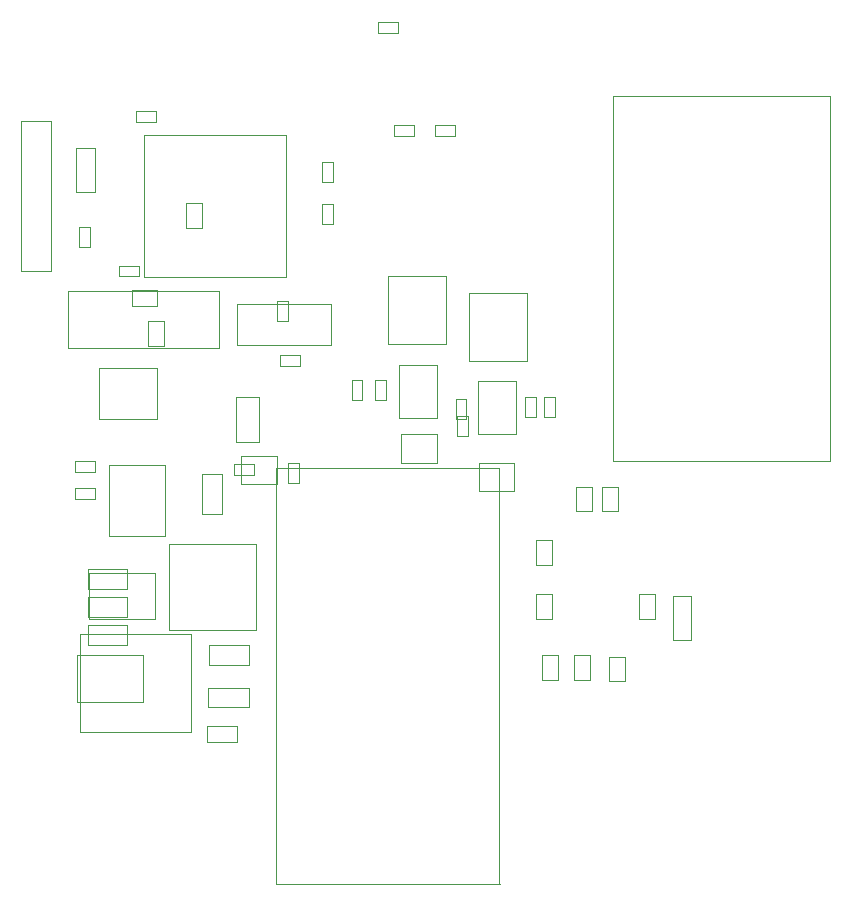
<source format=gbr>
%TF.GenerationSoftware,Altium Limited,Altium Designer,20.2.5 (213)*%
G04 Layer_Color=0*
%FSLAX44Y44*%
%MOMM*%
%TF.SameCoordinates,3FE501F2-1E46-4B48-ABA6-5278C61F2325*%
%TF.FilePolarity,Positive*%
%TF.FileFunction,Other,Mechanical_13*%
%TF.Part,Single*%
G01*
G75*
%TA.AperFunction,NonConductor*%
%ADD64C,0.1000*%
D64*
X214998Y347098D02*
Y395398D01*
X86999D02*
X214998D01*
X86999Y347098D02*
Y395398D01*
Y347098D02*
X214998D01*
X113000Y286750D02*
Y329750D01*
X162750D01*
Y286750D02*
Y329750D01*
X113000Y286750D02*
X162750D01*
X141499Y395752D02*
X162498D01*
X141499Y382251D02*
Y395752D01*
Y382251D02*
X162498D01*
Y395752D01*
X273500Y232500D02*
Y249500D01*
Y232500D02*
X282500D01*
Y249500D01*
X273500D02*
X282500D01*
X474500Y288500D02*
Y305500D01*
Y288500D02*
X483500D01*
Y305500D01*
X474500D02*
X483500D01*
X363500Y526502D02*
Y535500D01*
Y526502D02*
X380500D01*
Y535500D01*
X363500D02*
X380500D01*
X95060Y86998D02*
X150940D01*
Y47501D02*
Y86998D01*
X95060Y47501D02*
X150940D01*
X95060D02*
Y86998D01*
X349500Y613500D02*
Y622498D01*
X366500D01*
Y613500D02*
Y622498D01*
X349500Y613500D02*
X366500D01*
X155248Y348499D02*
Y369498D01*
Y348499D02*
X168749D01*
Y369498D01*
X155248D02*
X168749D01*
X187250Y448502D02*
X200750D01*
X187250D02*
Y469501D01*
X200750D01*
Y448502D02*
Y469501D01*
X416500Y289500D02*
X425498D01*
Y272500D02*
Y289500D01*
X416500Y272500D02*
X425498D01*
X416500D02*
Y289500D01*
X490500Y305500D02*
X499498D01*
Y288500D02*
Y305500D01*
X490500Y288500D02*
X499498D01*
X490500D02*
Y305500D01*
X435003Y225750D02*
X465000D01*
Y249750D01*
X435003D02*
X465000D01*
X435003Y225750D02*
Y249750D01*
X496752Y163502D02*
Y184501D01*
X483251D02*
X496752D01*
X483251Y163502D02*
Y184501D01*
Y163502D02*
X496752D01*
X558752Y64502D02*
Y85501D01*
X545251D02*
X558752D01*
X545251Y64502D02*
Y85501D01*
Y64502D02*
X558752D01*
X598999Y100000D02*
Y137000D01*
X615000D01*
Y100000D02*
Y137000D01*
X598999Y100000D02*
X615000D01*
X539251Y208502D02*
X552752D01*
X539251D02*
Y229501D01*
X552752D01*
Y208502D02*
Y229501D01*
X358498Y350008D02*
Y407508D01*
X407498D01*
Y350008D02*
Y407508D01*
X358498Y350008D02*
X407498D01*
X367502Y332749D02*
X399502D01*
X367502Y287749D02*
Y332749D01*
Y287749D02*
X399502D01*
Y332749D01*
X424500Y286500D02*
Y303500D01*
X415502Y286500D02*
X424500D01*
X415502D02*
Y303500D01*
X424500D01*
X327500Y319500D02*
X336500D01*
X327500Y302500D02*
Y319500D01*
Y302500D02*
X336500D01*
Y319500D01*
X399497Y249750D02*
Y273750D01*
X369500D02*
X399497D01*
X369500Y249750D02*
Y273750D01*
Y249750D02*
X399497D01*
X356500Y302500D02*
Y319500D01*
X347502Y302500D02*
X356500D01*
X347502D02*
Y319500D01*
X356500D01*
X263997Y231750D02*
Y255750D01*
X234000D02*
X263997D01*
X234000Y231750D02*
Y255750D01*
Y231750D02*
X263997D01*
X227700Y239500D02*
Y248500D01*
X244700D01*
Y239500D02*
Y248500D01*
X227700Y239500D02*
X244700D01*
X434498Y318748D02*
X466498D01*
Y273749D02*
Y318748D01*
X434498Y273749D02*
X466498D01*
X434498D02*
Y318748D01*
X475502Y336006D02*
Y393506D01*
X426502D02*
X475502D01*
X426502Y336006D02*
Y393506D01*
Y336006D02*
X475502D01*
X570251Y138498D02*
X583752D01*
X570251Y117499D02*
Y138498D01*
Y117499D02*
X583752D01*
Y138498D01*
X264500Y369500D02*
X273500D01*
X264500D02*
Y386500D01*
X273500D01*
Y369500D02*
Y386500D01*
X230250Y384500D02*
X310250D01*
Y349500D02*
Y384500D01*
X230250Y350250D02*
Y384500D01*
Y349500D02*
X310250D01*
X230250D02*
Y350250D01*
X151251Y406991D02*
Y526991D01*
X271501D01*
Y406991D02*
Y526991D01*
X151251Y406991D02*
X271501D01*
X161500Y538500D02*
Y547500D01*
X144500Y538500D02*
X161500D01*
X144500D02*
Y547500D01*
X161500D01*
X302500Y504500D02*
X311500D01*
Y487500D02*
Y504500D01*
X302500Y487500D02*
X311500D01*
X302500D02*
Y504500D01*
Y451500D02*
X311500D01*
X302500D02*
Y468500D01*
X311500D01*
Y451500D02*
Y468500D01*
X96500Y432300D02*
X105500D01*
X96500D02*
Y449300D01*
X105500D01*
Y432300D02*
Y449300D01*
X147700Y407500D02*
Y416500D01*
X130700Y407500D02*
X147700D01*
X130700D02*
Y416500D01*
X147700D01*
X266500Y331500D02*
Y340500D01*
X283500D01*
Y331500D02*
Y340500D01*
X266500Y331500D02*
X283500D01*
X414500Y526500D02*
Y535500D01*
X397500D02*
X414500D01*
X397500Y526500D02*
Y535500D01*
Y526500D02*
X414500D01*
X488248Y65502D02*
X501749D01*
Y86501D01*
X488248D02*
X501749D01*
X488248Y65502D02*
Y86501D01*
X515248Y65502D02*
X528749D01*
Y86501D01*
X515248D02*
X528749D01*
X515248Y65502D02*
Y86501D01*
X517248Y229498D02*
X530749D01*
Y208499D02*
Y229498D01*
X517248Y208499D02*
X530749D01*
X517248D02*
Y229498D01*
X483251Y138498D02*
X496752D01*
X483251Y117499D02*
Y138498D01*
Y117499D02*
X496752D01*
Y138498D01*
X545248Y64502D02*
X558749D01*
Y85501D01*
X545248D02*
X558749D01*
X545248Y64502D02*
Y85501D01*
X229700Y305100D02*
X248799D01*
X229700Y267500D02*
Y305100D01*
Y267500D02*
X248799D01*
Y305100D01*
X93999Y479000D02*
X110000D01*
Y516000D01*
X93999D02*
X110000D01*
X93999Y479000D02*
Y516000D01*
X47250Y412150D02*
X72750D01*
X47250D02*
Y539150D01*
X72750D01*
Y412150D02*
Y539150D01*
X452292Y-106826D02*
Y244925D01*
Y-106826D02*
X452542D01*
X263542Y244925D02*
X452292D01*
X263542Y-106826D02*
Y244925D01*
Y-106826D02*
X452542D01*
X122000Y247750D02*
X169250D01*
Y187500D02*
Y247750D01*
X122000Y187500D02*
X169250D01*
X122000D02*
Y247750D01*
X105310Y117252D02*
Y156749D01*
X161190D01*
Y117252D02*
Y156749D01*
X105310Y117252D02*
X161190D01*
X240000Y78498D02*
Y95499D01*
X206500D02*
X240000D01*
X206500Y78498D02*
Y95499D01*
Y78498D02*
X240000D01*
X204500Y13000D02*
X230500D01*
X204500D02*
Y26501D01*
X230500D01*
Y13000D02*
Y26501D01*
X109700Y242000D02*
Y250998D01*
X92700D02*
X109700D01*
X92700Y242000D02*
Y250998D01*
Y242000D02*
X109700D01*
X93000Y219002D02*
Y228000D01*
Y219002D02*
X110000D01*
Y228000D01*
X93000D02*
X110000D01*
X200748Y206500D02*
X217749D01*
Y240000D01*
X200748D02*
X217749D01*
X200748Y206500D02*
Y240000D01*
X173000Y181000D02*
X246000D01*
Y107750D02*
Y181000D01*
X173000Y107750D02*
X246000D01*
X173000D02*
Y181000D01*
X206000Y43000D02*
X240750D01*
X206000D02*
Y59000D01*
X240750D01*
Y43000D02*
Y59000D01*
X97328Y21750D02*
Y105000D01*
Y21750D02*
X191000D01*
X97328Y105000D02*
X191000D01*
Y21750D02*
Y105000D01*
X104000Y142748D02*
Y159749D01*
X137500D01*
Y142748D02*
Y159749D01*
X104000Y142748D02*
X137500D01*
X103750Y118748D02*
Y135749D01*
X137250D01*
Y118748D02*
Y135749D01*
X103750Y118748D02*
X137250D01*
X103750Y95498D02*
Y112499D01*
X137250D01*
Y95498D02*
Y112499D01*
X103750Y95498D02*
X137250D01*
X548300Y250850D02*
Y559850D01*
Y250850D02*
X732300D01*
Y559850D01*
X548300D02*
X732300D01*
%TF.MD5,5003d6d48db746856d6c3125ae2a3abe*%
M02*

</source>
